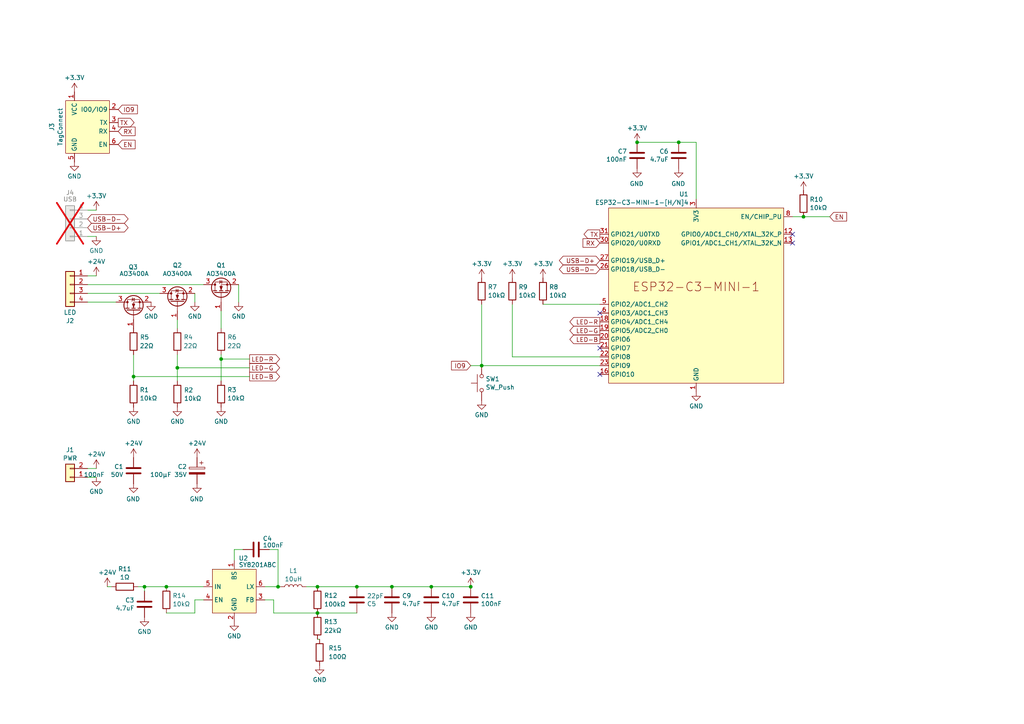
<source format=kicad_sch>
(kicad_sch (version 20231120) (generator "eeschema") (generator_version "8.0")
  (paper "A4")
  (lib_symbols
    (symbol "Connector_Generic:Conn_01x02" (pin_names (offset 1.016) hide)
      (property "Reference" "J" (at 0 2.54 0))
      (property "Value" "Conn_01x02" (at 0 -5.08 0))
      (symbol "Conn_01x02_1_1"
        (rectangle (start -1.27 -2.413) (end 0 -2.667) (stroke (width 0.1524)))
        (rectangle (start -1.27 0.127) (end 0 -0.127) (stroke (width 0.1524)))
        (rectangle (start -1.27 1.27) (end 1.27 -3.81) (stroke (width 0.254)) (fill (type background)))
        (pin passive line (at -5.08 0 0) (length 3.81) (name "Pin_1") (number "1"))
        (pin passive line (at -5.08 -2.54 0) (length 3.81) (name "Pin_2") (number "2"))
      )
    )
    (symbol "Connector_Generic:Conn_01x04" (pin_names (offset 1.016) hide)
      (property "Reference" "J" (at 0 5.08 0))
      (property "Value" "Conn_01x04" (at 0 -7.62 0))
      (symbol "Conn_01x04_1_1"
        (rectangle (start -1.27 -4.953) (end 0 -5.207) (stroke (width 0.1524)))
        (rectangle (start -1.27 -2.413) (end 0 -2.667) (stroke (width 0.1524)))
        (rectangle (start -1.27 0.127) (end 0 -0.127) (stroke (width 0.1524)))
        (rectangle (start -1.27 2.667) (end 0 2.413) (stroke (width 0.1524)))
        (rectangle (start -1.27 3.81) (end 1.27 -6.35) (stroke (width 0.254)) (fill (type background)))
        (pin passive line (at -5.08 2.54 0) (length 3.81) (name "Pin_1") (number "1"))
        (pin passive line (at -5.08 0 0) (length 3.81) (name "Pin_2") (number "2"))
        (pin passive line (at -5.08 -2.54 0) (length 3.81) (name "Pin_3") (number "3"))
        (pin passive line (at -5.08 -5.08 0) (length 3.81) (name "Pin_4") (number "4"))
      )
    )
    (symbol "Device:C" (pin_numbers hide) (pin_names (offset 0.254))
      (property "Reference" "C" (at 0.635 2.54 0))
      (property "Value" "C" (at 0.635 -2.54 0))
      (symbol "C_0_1"
        (polyline (pts (xy -2.032 -0.762) (xy 2.032 -0.762)) (stroke (width 0.508)))
        (polyline (pts (xy -2.032 0.762) (xy 2.032 0.762)) (stroke (width 0.508)))
      )
      (symbol "C_1_1"
        (pin passive line (at 0 3.81 270) (length 2.794) (name "~") (number "1"))
        (pin passive line (at 0 -3.81 90) (length 2.794) (name "~") (number "2"))
      )
    )
    (symbol "Device:C_Polarized" (pin_numbers hide) (pin_names (offset 0.254))
      (property "Reference" "C" (at 0.635 2.54 0))
      (property "Value" "C_Polarized" (at 0.635 -2.54 0))
      (symbol "C_Polarized_0_1"
        (rectangle (start -2.286 0.508) (end 2.286 1.016))
        (polyline (pts (xy -1.778 2.286) (xy -0.762 2.286)))
        (polyline (pts (xy -1.27 2.794) (xy -1.27 1.778)))
        (rectangle (start 2.286 -0.508) (end -2.286 -1.016) (fill (type outline)))
      )
      (symbol "C_Polarized_1_1"
        (pin passive line (at 0 3.81 270) (length 2.794) (name "~") (number "1"))
        (pin passive line (at 0 -3.81 90) (length 2.794) (name "~") (number "2"))
      )
    )
    (symbol "Device:L" (pin_numbers hide) (pin_names (offset 1.016) hide)
      (property "Reference" "L" (at -1.27 0 90))
      (property "Value" "L" (at 1.905 0 90))
      (symbol "L_0_1"
        (arc (start 0 -2.54) (mid 0.6323 -1.905) (end 0 -1.27))
        (arc (start 0 -1.27) (mid 0.6323 -0.635) (end 0 0))
        (arc (start 0 0) (mid 0.6323 0.635) (end 0 1.27))
        (arc (start 0 1.27) (mid 0.6323 1.905) (end 0 2.54))
      )
      (symbol "L_1_1"
        (pin passive line (at 0 3.81 270) (length 1.27) (name "1") (number "1"))
        (pin passive line (at 0 -3.81 90) (length 1.27) (name "2") (number "2"))
      )
    )
    (symbol "Device:R" (pin_numbers hide) (pin_names (offset 0))
      (property "Reference" "R" (at 2.032 0 90))
      (property "Value" "R" (at 0 0 90))
      (symbol "R_0_1"
        (rectangle (start -1.016 -2.54) (end 1.016 2.54) (stroke (width 0.254)))
      )
      (symbol "R_1_1"
        (pin passive line (at 0 3.81 270) (length 1.27) (name "~") (number "1"))
        (pin passive line (at 0 -3.81 90) (length 1.27) (name "~") (number "2"))
      )
    )
    (symbol "PCM_Espressif:ESP32-C3-MINI-1"
      (property "Reference" "U" (at -25.4 30.48 0))
      (property "Value" "ESP32-C3-MINI-1" (at -25.4 27.94 0))
      (symbol "ESP32-C3-MINI-1_0_0"
        (text "ESP32-C3-MINI-1" (at 0 2.54 0) (effects (font (size 2.54 2.54))))
      )
      (symbol "ESP32-C3-MINI-1_0_1"
        (rectangle (start -25.4 25.4) (end 25.4 -25.4) (fill (type background)))
      )
      (symbol "ESP32-C3-MINI-1_1_1"
        (pin power_in line (at 0 -27.94 90) (length 2.54) (name "GND") (number "1"))
        (pin no_connect line (at -25.4 2.54 0) (length 2.54) hide (name "NC") (number "10"))
        (pin passive line (at 0 -27.94 90) (length 2.54) hide (name "GND") (number "11"))
        (pin bidirectional line (at -27.94 17.78 0) (length 2.54) (name "GPIO0/ADC1_CH0/XTAL_32K_P") (number "12"))
        (pin bidirectional line (at -27.94 15.24 0) (length 2.54) (name "GPIO1/ADC1_CH1/XTAL_32K_N") (number "13"))
        (pin passive line (at 0 -27.94 90) (length 2.54) hide (name "GND") (number "14"))
        (pin no_connect line (at -25.4 0 0) (length 2.54) hide (name "NC") (number "15"))
        (pin bidirectional line (at 27.94 -22.86 180) (length 2.54) (name "GPIO10") (number "16"))
        (pin no_connect line (at -25.4 -2.54 0) (length 2.54) hide (name "NC") (number "17"))
        (pin bidirectional line (at 27.94 -7.62 180) (length 2.54) (name "GPIO4/ADC1_CH4") (number "18"))
        (pin bidirectional line (at 27.94 -10.16 180) (length 2.54) (name "GPIO5/ADC2_CH0") (number "19"))
        (pin passive line (at 0 -27.94 90) (length 2.54) hide (name "GND") (number "2"))
        (pin bidirectional line (at 27.94 -12.7 180) (length 2.54) (name "GPIO6") (number "20"))
        (pin bidirectional line (at 27.94 -15.24 180) (length 2.54) (name "GPIO7") (number "21"))
        (pin bidirectional line (at 27.94 -17.78 180) (length 2.54) (name "GPIO8") (number "22"))
        (pin bidirectional line (at 27.94 -20.32 180) (length 2.54) (name "GPIO9") (number "23"))
        (pin no_connect line (at -25.4 -5.08 0) (length 2.54) hide (name "NC") (number "24"))
        (pin no_connect line (at -25.4 -7.62 0) (length 2.54) hide (name "NC") (number "25"))
        (pin bidirectional line (at 27.94 7.62 180) (length 2.54) (name "GPIO18/USB_D-") (number "26"))
        (pin bidirectional line (at 27.94 10.16 180) (length 2.54) (name "GPIO19/USB_D+") (number "27"))
        (pin no_connect line (at -25.4 -10.16 0) (length 2.54) hide (name "NC") (number "28"))
        (pin no_connect line (at -25.4 -12.7 0) (length 2.54) hide (name "NC") (number "29"))
        (pin power_in line (at 0 27.94 270) (length 2.54) (name "3V3") (number "3"))
        (pin bidirectional line (at 27.94 15.24 180) (length 2.54) (name "GPIO20/U0RXD") (number "30"))
        (pin bidirectional line (at 27.94 17.78 180) (length 2.54) (name "GPIO21/U0TXD") (number "31"))
        (pin no_connect line (at -25.4 -15.24 0) (length 2.54) hide (name "NC") (number "32"))
        (pin no_connect line (at -25.4 -17.78 0) (length 2.54) hide (name "NC") (number "33"))
        (pin no_connect line (at -25.4 -20.32 0) (length 2.54) hide (name "NC") (number "34"))
        (pin no_connect line (at -25.4 -22.86 0) (length 2.54) hide (name "NC") (number "35"))
        (pin passive line (at 0 -27.94 90) (length 2.54) hide (name "GND") (number "36"))
        (pin passive line (at 0 -27.94 90) (length 2.54) hide (name "GND") (number "37"))
        (pin passive line (at 0 -27.94 90) (length 2.54) hide (name "GND") (number "38"))
        (pin passive line (at 0 -27.94 90) (length 2.54) hide (name "GND") (number "39"))
        (pin no_connect line (at -25.4 10.16 0) (length 2.54) hide (name "NC") (number "4"))
        (pin passive line (at 0 -27.94 90) (length 2.54) hide (name "GND") (number "40"))
        (pin passive line (at 0 -27.94 90) (length 2.54) hide (name "GND") (number "41"))
        (pin passive line (at 0 -27.94 90) (length 2.54) hide (name "GND") (number "42"))
        (pin passive line (at 0 -27.94 90) (length 2.54) hide (name "GND") (number "43"))
        (pin passive line (at 0 -27.94 90) (length 2.54) hide (name "GND") (number "44"))
        (pin passive line (at 0 -27.94 90) (length 2.54) hide (name "GND") (number "45"))
        (pin passive line (at 0 -27.94 90) (length 2.54) hide (name "GND") (number "46"))
        (pin passive line (at 0 -27.94 90) (length 2.54) hide (name "GND") (number "47"))
        (pin passive line (at 0 -27.94 90) (length 2.54) hide (name "GND") (number "48"))
        (pin passive line (at 0 -27.94 90) (length 2.54) hide (name "GND") (number "49"))
        (pin bidirectional line (at 27.94 -2.54 180) (length 2.54) (name "GPIO2/ADC1_CH2") (number "5"))
        (pin passive line (at 0 -27.94 90) (length 2.54) hide (name "GND") (number "50"))
        (pin passive line (at 0 -27.94 90) (length 2.54) hide (name "GND") (number "51"))
        (pin passive line (at 0 -27.94 90) (length 2.54) hide (name "GND") (number "52"))
        (pin passive line (at 0 -27.94 90) (length 2.54) hide (name "GND") (number "53"))
        (pin bidirectional line (at 27.94 -5.08 180) (length 2.54) (name "GPIO3/ADC1_CH3") (number "6"))
        (pin no_connect line (at -25.4 7.62 0) (length 2.54) hide (name "NC") (number "7"))
        (pin input line (at -27.94 22.86 0) (length 2.54) (name "EN/CHIP_PU") (number "8"))
        (pin no_connect line (at -25.4 5.08 0) (length 2.54) hide (name "NC") (number "9"))
      )
    )
    (symbol "Switch:SW_Push" (pin_numbers hide) (pin_names (offset 1.016) hide)
      (property "Reference" "SW" (at 1.27 2.54 0))
      (property "Value" "SW_Push" (at 0 -1.524 0))
      (symbol "SW_Push_0_1"
        (circle (center -2.032 0) (radius 0.508))
        (polyline (pts (xy 0 1.27) (xy 0 3.048)))
        (polyline (pts (xy 2.54 1.27) (xy -2.54 1.27)))
        (circle (center 2.032 0) (radius 0.508))
        (pin passive line (at -5.08 0 0) (length 2.54) (name "1") (number "1"))
        (pin passive line (at 5.08 0 180) (length 2.54) (name "2") (number "2"))
      )
    )
    (symbol "Transistor_FET:AO3400A" (pin_names hide)
      (property "Reference" "Q" (at 5.08 1.905 0))
      (property "Value" "AO3400A" (at 5.08 0 0))
      (symbol "AO3400A_0_1"
        (polyline (pts (xy 0.254 0) (xy -2.54 0)))
        (polyline (pts (xy 0.254 1.905) (xy 0.254 -1.905)) (stroke (width 0.254)))
        (polyline (pts (xy 0.762 -1.27) (xy 0.762 -2.286)) (stroke (width 0.254)))
        (polyline (pts (xy 0.762 0.508) (xy 0.762 -0.508)) (stroke (width 0.254)))
        (polyline (pts (xy 0.762 2.286) (xy 0.762 1.27)) (stroke (width 0.254)))
        (polyline (pts (xy 2.54 2.54) (xy 2.54 1.778)))
        (polyline (pts (xy 2.54 -2.54) (xy 2.54 0) (xy 0.762 0)))
        (polyline (pts (xy 0.762 -1.778) (xy 3.302 -1.778) (xy 3.302 1.778) (xy 0.762 1.778)))
        (polyline (pts (xy 1.016 0) (xy 2.032 0.381) (xy 2.032 -0.381) (xy 1.016 0)) (fill (type outline)))
        (polyline (pts (xy 2.794 0.508) (xy 2.921 0.381) (xy 3.683 0.381) (xy 3.81 0.254)))
        (polyline (pts (xy 3.302 0.381) (xy 2.921 -0.254) (xy 3.683 -0.254) (xy 3.302 0.381)))
        (circle (center 1.651 0) (radius 2.794) (stroke (width 0.254)))
        (circle (center 2.54 -1.778) (radius 0.254) (fill (type outline)))
        (circle (center 2.54 1.778) (radius 0.254) (fill (type outline)))
      )
      (symbol "AO3400A_1_1"
        (pin input line (at -5.08 0 0) (length 2.54) (name "G") (number "1"))
        (pin passive line (at 2.54 -5.08 90) (length 2.54) (name "S") (number "2"))
        (pin passive line (at 2.54 5.08 270) (length 2.54) (name "D") (number "3"))
      )
    )
    (symbol "caffeinated-labs:SY8201"
      (property "Reference" "U" (at 1.27 4.445 0))
      (property "Value" "SY8201ABC" (at 1.27 2.54 0))
      (symbol "SY8201_0_0"
        (pin input line (at 0 3.81 270) (length 2.54) (name "BS") (number "1"))
        (pin power_in line (at 0 -13.97 90) (length 2.54) (name "GND") (number "2"))
        (pin input line (at 8.89 -7.62 180) (length 2.54) (name "FB") (number "3"))
        (pin input line (at -8.89 -7.62 0) (length 2.54) (name "EN") (number "4"))
        (pin power_in line (at -8.89 -3.81 0) (length 2.54) (name "IN") (number "5"))
        (pin power_out line (at 8.89 -3.81 180) (length 2.54) (name "LX") (number "6"))
      )
      (symbol "SY8201_1_1"
        (rectangle (start -6.35 1.27) (end 6.35 -11.43) (fill (type background)))
      )
    )
    (symbol "caffeinated-labs:Tag-Connect-ESP"
      (property "Reference" "J" (at 0 1.27 0))
      (symbol "Tag-Connect-ESP_0_0"
        (pin power_in line (at -3.175 2.54 270) (length 2.54) (name "VCC") (number "1"))
        (pin power_in line (at -3.175 -17.78 90) (length 2.54) (name "GND") (number "5"))
      )
      (symbol "Tag-Connect-ESP_0_1"
        (rectangle (start -5.715 0) (end 6.985 -15.24) (fill (type background)))
      )
      (symbol "Tag-Connect-ESP_1_0"
        (pin output line (at 9.525 -2.54 180) (length 2.54) (name "IO0/IO9") (number "2"))
        (pin output line (at 9.525 -6.35 180) (length 2.54) (name "TX") (number "3"))
        (pin input line (at 9.525 -8.89 180) (length 2.54) (name "RX") (number "4"))
        (pin output line (at 9.525 -12.7 180) (length 2.54) (name "EN") (number "6"))
      )
    )
    (symbol "power:+24V" (power) (pin_names (offset 0))
      (property "Value" "+24V" (at 0 3.556 0))
      (symbol "+24V_0_1"
        (polyline (pts (xy -0.762 1.27) (xy 0 2.54)))
        (polyline (pts (xy 0 0) (xy 0 2.54)))
        (polyline (pts (xy 0 2.54) (xy 0.762 1.27)))
      )
      (symbol "+24V_1_1"
        (pin power_in line (at 0 0 90) (length 0) hide (name "+24V") (number "1"))
      )
    )
    (symbol "power:+3.3V" (power) (pin_names (offset 0))
      (property "Value" "+3.3V" (at 0 3.556 0))
      (symbol "+3.3V_0_1"
        (polyline (pts (xy -0.762 1.27) (xy 0 2.54)))
        (polyline (pts (xy 0 0) (xy 0 2.54)))
        (polyline (pts (xy 0 2.54) (xy 0.762 1.27)))
      )
      (symbol "+3.3V_1_1"
        (pin power_in line (at 0 0 90) (length 0) hide (name "+3.3V") (number "1"))
      )
    )
    (symbol "power:GND" (power) (pin_names (offset 0))
      (property "Value" "GND" (at 0 -3.81 0))
      (symbol "GND_0_1"
        (polyline (pts (xy 0 0) (xy 0 -1.27) (xy 1.27 -1.27) (xy 0 -2.54) (xy -1.27 -1.27) (xy 0 -1.27)))
      )
      (symbol "GND_1_1"
        (pin power_in line (at 0 0 270) (length 0) hide (name "GND") (number "1"))
      )
    )
  )
  (junction (at 139.7 106.045))
  (junction (at 41.91 170.18))
  (junction (at 233.045 62.865))
  (junction (at 64.135 104.14))
  (junction (at 136.525 170.18))
  (junction (at 113.665 170.18))
  (junction (at 103.505 170.18))
  (junction (at 92.075 177.8))
  (junction (at 125.095 170.18))
  (junction (at 38.735 109.22))
  (junction (at 196.85 41.275))
  (junction (at 184.785 41.275))
  (junction (at 51.435 106.68))
  (junction (at 92.075 170.18))
  (junction (at 48.26 170.18))
  (junction (at 80.645 170.18))
  (no_connect (at 173.99 100.965))
  (no_connect (at 229.87 67.945))
  (no_connect (at 173.99 108.585))
  (no_connect (at 229.87 70.485))
  (no_connect (at 173.99 90.805))
  (wire (pts (xy 79.375 173.99) (xy 76.835 173.99)))
  (wire (pts (xy 25.4 82.55) (xy 59.055 82.55)))
  (wire (pts (xy 25.4 135.89) (xy 27.94 135.89)))
  (wire (pts (xy 48.26 170.18) (xy 59.055 170.18)))
  (wire (pts (xy 40.005 170.18) (xy 41.91 170.18)))
  (wire (pts (xy 51.435 102.87) (xy 51.435 106.68)))
  (wire (pts (xy 25.4 138.43) (xy 27.94 138.43)))
  (wire (pts (xy 201.93 57.785) (xy 201.93 41.275)))
  (wire (pts (xy 92.71 185.42) (xy 92.075 185.42)))
  (wire (pts (xy 51.435 106.68) (xy 72.39 106.68)))
  (wire (pts (xy 64.135 104.14) (xy 72.39 104.14)))
  (wire (pts (xy 56.515 173.99) (xy 59.055 173.99)))
  (wire (pts (xy 38.735 109.22) (xy 72.39 109.22)))
  (wire (pts (xy 48.26 177.8) (xy 56.515 177.8)))
  (wire (pts (xy 233.045 62.865) (xy 240.665 62.865)))
  (wire (pts (xy 64.135 102.87) (xy 64.135 104.14)))
  (wire (pts (xy 56.515 85.09) (xy 56.515 87.63)))
  (wire (pts (xy 79.375 177.8) (xy 92.075 177.8)))
  (wire (pts (xy 25.4 87.63) (xy 33.655 87.63)))
  (wire (pts (xy 38.735 109.22) (xy 38.735 110.49)))
  (wire (pts (xy 76.835 170.18) (xy 80.645 170.18)))
  (wire (pts (xy 136.525 106.045) (xy 139.7 106.045)))
  (wire (pts (xy 38.735 102.87) (xy 38.735 109.22)))
  (wire (pts (xy 41.91 170.18) (xy 48.26 170.18)))
  (wire (pts (xy 69.215 82.55) (xy 69.215 87.63)))
  (wire (pts (xy 79.375 177.8) (xy 79.375 173.99)))
  (wire (pts (xy 80.645 159.385) (xy 80.645 170.18)))
  (wire (pts (xy 25.4 60.96) (xy 27.94 60.96)))
  (wire (pts (xy 25.4 68.58) (xy 27.94 68.58)))
  (wire (pts (xy 25.4 85.09) (xy 46.355 85.09)))
  (wire (pts (xy 103.505 170.18) (xy 113.665 170.18)))
  (wire (pts (xy 67.945 162.56) (xy 67.945 159.385)))
  (wire (pts (xy 31.115 170.18) (xy 32.385 170.18)))
  (wire (pts (xy 67.945 159.385) (xy 70.485 159.385)))
  (wire (pts (xy 51.435 92.71) (xy 51.435 95.25)))
  (wire (pts (xy 80.645 170.18) (xy 81.28 170.18)))
  (wire (pts (xy 184.785 41.275) (xy 196.85 41.275)))
  (wire (pts (xy 139.7 106.045) (xy 173.99 106.045)))
  (wire (pts (xy 51.435 106.68) (xy 51.435 110.49)))
  (wire (pts (xy 78.105 159.385) (xy 80.645 159.385)))
  (wire (pts (xy 201.93 41.275) (xy 196.85 41.275)))
  (wire (pts (xy 229.87 62.865) (xy 233.045 62.865)))
  (wire (pts (xy 25.4 80.01) (xy 27.94 80.01)))
  (wire (pts (xy 139.7 88.265) (xy 139.7 106.045)))
  (wire (pts (xy 157.48 88.265) (xy 173.99 88.265)))
  (wire (pts (xy 148.59 103.505) (xy 173.99 103.505)))
  (wire (pts (xy 64.135 104.14) (xy 64.135 110.49)))
  (wire (pts (xy 125.095 170.18) (xy 136.525 170.18)))
  (wire (pts (xy 113.665 170.18) (xy 125.095 170.18)))
  (wire (pts (xy 92.075 170.18) (xy 103.505 170.18)))
  (wire (pts (xy 88.9 170.18) (xy 92.075 170.18)))
  (wire (pts (xy 148.59 103.505) (xy 148.59 88.265)))
  (wire (pts (xy 41.91 170.18) (xy 41.91 171.45)))
  (wire (pts (xy 64.135 90.17) (xy 64.135 95.25)))
  (wire (pts (xy 92.075 177.8) (xy 103.505 177.8)))
  (wire (pts (xy 56.515 177.8) (xy 56.515 173.99)))
  (global_label "RX" (shape input) (at 34.29 38.1 0) (property "Intersheetrefs" "${INTERSHEET_REFS}" (effects (hide yes))))
  (global_label "IO9" (shape input) (at 34.29 31.75 0) (property "Intersheetrefs" "${INTERSHEET_REFS}" (effects (hide yes))))
  (global_label "LED-R" (shape output) (at 173.99 93.345 180) (property "Intersheetrefs" "${INTERSHEET_REFS}" (effects (hide yes))))
  (global_label "EN" (shape input) (at 240.665 62.865 0) (property "Intersheetrefs" "${INTERSHEET_REFS}" (effects (hide yes))))
  (global_label "USB-D+" (shape bidirectional) (at 25.4 66.04 0) (property "Intersheetrefs" "${INTERSHEET_REFS}" (effects (hide yes))))
  (global_label "USB-D-" (shape bidirectional) (at 173.99 78.105 180) (property "Intersheetrefs" "${INTERSHEET_REFS}" (effects (hide yes))))
  (global_label "RX" (shape input) (at 173.99 70.485 180) (property "Intersheetrefs" "${INTERSHEET_REFS}" (effects (hide yes))))
  (global_label "LED-R" (shape output) (at 72.39 104.14 0) (property "Intersheetrefs" "${INTERSHEET_REFS}" (effects (hide yes))))
  (global_label "EN" (shape input) (at 34.29 41.91 0) (property "Intersheetrefs" "${INTERSHEET_REFS}" (effects (hide yes))))
  (global_label "LED-B" (shape output) (at 72.39 109.22 0) (property "Intersheetrefs" "${INTERSHEET_REFS}" (effects (hide yes))))
  (global_label "USB-D-" (shape bidirectional) (at 25.4 63.5 0) (property "Intersheetrefs" "${INTERSHEET_REFS}" (effects (hide yes))))
  (global_label "LED-G" (shape output) (at 173.99 95.885 180) (property "Intersheetrefs" "${INTERSHEET_REFS}" (effects (hide yes))))
  (global_label "TX" (shape output) (at 34.29 35.56 0) (property "Intersheetrefs" "${INTERSHEET_REFS}" (effects (hide yes))))
  (global_label "LED-B" (shape output) (at 173.99 98.425 180) (property "Intersheetrefs" "${INTERSHEET_REFS}" (effects (hide yes))))
  (global_label "LED-G" (shape output) (at 72.39 106.68 0) (property "Intersheetrefs" "${INTERSHEET_REFS}" (effects (hide yes))))
  (global_label "TX" (shape output) (at 173.99 67.945 180) (property "Intersheetrefs" "${INTERSHEET_REFS}" (effects (hide yes))))
  (global_label "USB-D+" (shape bidirectional) (at 173.99 75.565 180) (property "Intersheetrefs" "${INTERSHEET_REFS}" (effects (hide yes))))
  (global_label "IO9" (shape input) (at 136.525 106.045 180) (property "Intersheetrefs" "${INTERSHEET_REFS}" (effects (hide yes))))
  (symbol (lib_id "Device:C") (at 136.525 173.99 0) (unit 1)
    (property "Reference" "C11" (at 139.446 172.8216 0) (effects (justify left)))
    (property "Value" "100nF" (at 139.446 175.133 0) (effects (justify left)))
    (property "Footprint" "Capacitor_SMD:C_0402_1005Metric" (effects (hide yes)))
  )
  (symbol (lib_id "Switch:SW_Push") (at 139.7 111.125 90) (unit 1)
    (property "Reference" "SW1" (at 140.843 109.9129 90) (effects (justify right)))
    (property "Value" "SW_Push" (at 140.843 112.3371 90) (effects (justify right)))
    (property "Footprint" "caffeinated-labs:YTS-C005" (effects (hide yes)))
    (property "Datasheet" "https://datasheet.lcsc.com/lcsc/2111221830_YIYUAN-YTS-C005-2H_C2910751.pdf" (effects (hide yes)))
  )
  (symbol (lib_id "Device:C") (at 196.85 45.085 0) (mirror y) (unit 1)
    (property "Reference" "C6" (at 193.929 43.9166 0) (effects (justify left)))
    (property "Value" "4.7uF" (at 193.929 46.228 0) (effects (justify left)))
    (property "Footprint" "Capacitor_SMD:C_1206_3216Metric" (effects (hide yes)))
    (property "Description" "Unpolarized capacitor" (effects (hide yes)))
  )
  (symbol (lib_id "power:GND") (at 184.785 48.895 0) (mirror y) (unit 1)
    (property "Reference" "#PWR029" (effects (hide yes)))
    (property "Value" "GND" (at 184.658 53.2892 0))
  )
  (symbol (lib_id "power:+3.3V") (at 27.94 60.96 0) (mirror y) (unit 1)
    (property "Reference" "#PWR033" (effects (hide yes)))
    (property "Value" "+3.3V" (at 27.94 56.8269 0))
  )
  (symbol (lib_id "Device:C_Polarized") (at 57.15 136.525 0) (mirror y) (unit 1)
    (property "Reference" "C2" (at 54.229 135.3566 0) (effects (justify left)))
    (property "Value" "100µF 35V" (at 54.229 137.668 0) (effects (justify left)))
    (property "Footprint" "Capacitor_THT:CP_Radial_D6.3mm_P2.50mm" (effects (hide yes)))
  )
  (symbol (lib_id "power:GND") (at 38.735 118.11 0) (unit 1)
    (property "Reference" "#PWR04" (effects (hide yes)))
    (property "Value" "GND" (at 38.735 122.2431 0))
  )
  (symbol (lib_id "power:GND") (at 196.85 48.895 0) (mirror y) (unit 1)
    (property "Reference" "#PWR030" (effects (hide yes)))
    (property "Value" "GND" (at 196.723 53.2892 0))
  )
  (symbol (lib_id "Transistor_FET:AO3400A") (at 38.735 90.17 90) (unit 1)
    (property "Reference" "Q3" (at 40.005 77.47 90) (effects (justify left)))
    (property "Value" "AO3400A" (at 43.18 79.375 90) (effects (justify left)))
    (property "Footprint" "Package_TO_SOT_SMD:SOT-23" (effects (hide yes)))
    (property "Datasheet" "http://www.aosmd.com/pdfs/datasheet/AO3400A.pdf" (effects (hide yes)))
  )
  (symbol (lib_id "power:GND") (at 67.945 180.34 0) (mirror y) (unit 1)
    (property "Reference" "#PWR027" (effects (hide yes)))
    (property "Value" "GND" (at 67.945 184.4731 0))
  )
  (symbol (lib_id "Connector_Generic:Conn_01x04") (at 20.32 82.55 0) (mirror y) (unit 1) (in_bom no)
    (property "Reference" "J2" (at 20.32 93.0443 0))
    (property "Value" "LED" (at 20.32 90.6201 0))
    (property "Footprint" "Connector_PinSocket_2.54mm:PinSocket_1x04_P2.54mm_Vertical" (effects (hide yes)))
  )
  (symbol (lib_id "Device:C") (at 74.295 159.385 270) (mirror x) (unit 1)
    (property "Reference" "C4" (at 76.2 156.21 90) (effects (justify left)))
    (property "Value" "100nF" (at 76.2 158.115 90) (effects (justify left)))
    (property "Footprint" "Capacitor_SMD:C_0402_1005Metric" (effects (hide yes)))
  )
  (symbol (lib_id "power:GND") (at 136.525 177.8 0) (mirror y) (unit 1)
    (property "Reference" "#PWR032" (effects (hide yes)))
    (property "Value" "GND" (at 136.525 181.9331 0))
  )
  (symbol (lib_id "power:GND") (at 139.7 116.205 0) (mirror y) (unit 1)
    (property "Reference" "#PWR012" (effects (hide yes)))
    (property "Value" "GND" (at 139.7 120.3381 0))
  )
  (symbol (lib_id "Transistor_FET:AO3400A") (at 51.435 87.63 90) (unit 1)
    (property "Reference" "Q2" (at 51.435 76.9508 90))
    (property "Value" "AO3400A" (at 51.435 79.375 90))
    (property "Footprint" "Package_TO_SOT_SMD:SOT-23" (effects (hide yes)))
    (property "Datasheet" "http://www.aosmd.com/pdfs/datasheet/AO3400A.pdf" (effects (hide yes)))
  )
  (symbol (lib_id "Device:R") (at 139.7 84.455 0) (unit 1)
    (property "Reference" "R7" (at 141.478 83.2429 0) (effects (justify left)))
    (property "Value" "10kΩ" (at 141.478 85.6671 0) (effects (justify left)))
    (property "Footprint" "Resistor_SMD:R_0402_1005Metric" (effects (hide yes)))
  )
  (symbol (lib_id "Connector_Generic:Conn_01x02") (at 20.32 138.43 180) (unit 1) (in_bom no)
    (property "Reference" "J1" (at 20.32 130.4757 0))
    (property "Value" "PWR" (at 20.32 132.8999 0))
    (property "Footprint" "Connector_PinSocket_2.54mm:PinSocket_1x02_P2.54mm_Vertical" (effects (hide yes)))
  )
  (symbol (lib_id "Device:C") (at 41.91 175.26 0) (mirror y) (unit 1)
    (property "Reference" "C3" (at 38.989 174.0916 0) (effects (justify left)))
    (property "Value" "4.7uF" (at 38.989 176.403 0) (effects (justify left)))
    (property "Footprint" "Capacitor_SMD:C_1206_3216Metric" (effects (hide yes)))
  )
  (symbol (lib_id "Device:L") (at 85.09 170.18 90) (unit 1)
    (property "Reference" "L1" (at 85.09 165.5304 90))
    (property "Value" "10uH" (at 85.09 167.9546 90))
    (property "Footprint" "Inductor_SMD:L_Sunlord_SWPA4030S" (effects (hide yes)))
  )
  (symbol (lib_id "power:GND") (at 21.59 46.99 0) (unit 1)
    (property "Reference" "#PWR015" (effects (hide yes)))
    (property "Value" "GND" (at 21.59 51.1231 0))
  )
  (symbol (lib_id "power:GND") (at 69.215 87.63 0) (unit 1)
    (property "Reference" "#PWR09" (effects (hide yes)))
    (property "Value" "GND" (at 69.215 91.7631 0))
  )
  (symbol (lib_id "PCM_Espressif:ESP32-C3-MINI-1") (at 201.93 85.725 0) (mirror y) (unit 1)
    (property "Reference" "U1" (at 199.7359 56.3077 0) (effects (justify left)))
    (property "Value" "ESP32-C3-MINI-1-[H/N]4" (at 199.7359 58.7319 0) (effects (justify left)))
    (property "Footprint" "PCM_Espressif:ESP32-C3-MINI-1" (effects (hide yes)))
    (property "Datasheet" "https://www.espressif.com/sites/default/files/documentation/esp32-c3-mini-1_datasheet_en.pdf" (effects (hide yes)))
  )
  (symbol (lib_id "power:+3.3V") (at 136.525 170.18 0) (unit 1)
    (property "Reference" "#PWR028" (effects (hide yes)))
    (property "Value" "+3.3V" (at 136.525 166.0469 0))
  )
  (symbol (lib_id "Device:R") (at 51.435 114.3 0) (unit 1)
    (property "Reference" "R2" (at 53.34 113.1458 0) (effects (justify left)))
    (property "Value" "10kΩ" (at 53.34 115.57 0) (effects (justify left)))
    (property "Footprint" "Resistor_SMD:R_0402_1005Metric" (effects (hide yes)))
  )
  (symbol (lib_id "power:+3.3V") (at 233.045 55.245 0) (unit 1)
    (property "Reference" "#PWR018" (effects (hide yes)))
    (property "Value" "+3.3V" (at 233.045 51.1119 0))
  )
  (symbol (lib_id "power:+24V") (at 57.15 132.715 0) (unit 1)
    (property "Reference" "#PWR022" (effects (hide yes)))
    (property "Value" "+24V" (at 57.15 128.5819 0))
  )
  (symbol (lib_id "power:GND") (at 27.94 68.58 0) (unit 1)
    (property "Reference" "#PWR034" (effects (hide yes)))
    (property "Value" "GND" (at 27.94 72.7131 0))
  )
  (symbol (lib_id "power:GND") (at 56.515 87.63 0) (unit 1)
    (property "Reference" "#PWR08" (effects (hide yes)))
    (property "Value" "GND" (at 56.515 91.7631 0))
  )
  (symbol (lib_id "power:GND") (at 113.665 177.8 0) (mirror y) (unit 1)
    (property "Reference" "#PWR025" (effects (hide yes)))
    (property "Value" "GND" (at 113.665 181.9331 0))
  )
  (symbol (lib_id "Device:R") (at 64.135 114.3 0) (unit 1)
    (property "Reference" "R3" (at 65.913 113.0879 0) (effects (justify left)))
    (property "Value" "10kΩ" (at 65.913 115.5121 0) (effects (justify left)))
    (property "Footprint" "Resistor_SMD:R_0402_1005Metric" (effects (hide yes)))
  )
  (symbol (lib_id "power:GND") (at 57.15 140.335 0) (mirror y) (unit 1)
    (property "Reference" "#PWR020" (effects (hide yes)))
    (property "Value" "GND" (at 57.023 144.7292 0))
  )
  (symbol (lib_id "power:+3.3V") (at 157.48 80.645 0) (unit 1)
    (property "Reference" "#PWR016" (effects (hide yes)))
    (property "Value" "+3.3V" (at 157.48 76.5119 0))
  )
  (symbol (lib_id "caffeinated-labs:SY8201") (at 67.945 166.37 0) (unit 1)
    (property "Reference" "U2" (at 69.215 161.925 0) (effects (justify left)))
    (property "Value" "SY8201ABC" (at 69.215 163.83 0) (effects (justify left)))
    (property "Footprint" "Package_TO_SOT_SMD:SOT-23-6" (effects (hide yes)))
    (property "Datasheet" "https://datasheet.lcsc.com/lcsc/1810161442_Silergy-Corp-SY8201ABC_C108052.pdf" (effects (hide yes)))
  )
  (symbol (lib_id "Device:R") (at 38.735 99.06 180) (unit 1)
    (property "Reference" "R5" (at 41.91 97.79 0))
    (property "Value" "22Ω" (at 42.545 100.33 0))
    (property "Footprint" "Resistor_SMD:R_0402_1005Metric" (effects (hide yes)))
  )
  (symbol (lib_id "power:GND") (at 38.735 140.335 0) (mirror y) (unit 1)
    (property "Reference" "#PWR019" (effects (hide yes)))
    (property "Value" "GND" (at 38.608 144.7292 0))
  )
  (symbol (lib_id "Device:C") (at 103.505 173.99 0) (mirror x) (unit 1)
    (property "Reference" "C5" (at 106.426 175.1584 0) (effects (justify left)))
    (property "Value" "22pF" (at 106.426 172.847 0) (effects (justify left)))
    (property "Footprint" "Capacitor_SMD:C_0402_1005Metric" (effects (hide yes)))
  )
  (symbol (lib_id "power:+24V") (at 27.94 135.89 0) (unit 1)
    (property "Reference" "#PWR01" (effects (hide yes)))
    (property "Value" "+24V" (at 27.94 131.7569 0))
  )
  (symbol (lib_id "Device:R") (at 157.48 84.455 0) (unit 1)
    (property "Reference" "R8" (at 159.258 83.2429 0) (effects (justify left)))
    (property "Value" "10kΩ" (at 159.258 85.6671 0) (effects (justify left)))
    (property "Footprint" "Resistor_SMD:R_0402_1005Metric" (effects (hide yes)))
  )
  (symbol (lib_id "Device:R") (at 51.435 99.06 180) (unit 1)
    (property "Reference" "R4" (at 54.61 97.79 0))
    (property "Value" "22Ω" (at 55.245 100.33 0))
    (property "Footprint" "Resistor_SMD:R_0402_1005Metric" (effects (hide yes)))
  )
  (symbol (lib_id "Device:C") (at 113.665 173.99 0) (unit 1)
    (property "Reference" "C9" (at 116.586 172.8216 0) (effects (justify left)))
    (property "Value" "4.7uF" (at 116.586 175.133 0) (effects (justify left)))
    (property "Footprint" "Capacitor_SMD:C_1206_3216Metric" (effects (hide yes)))
    (property "Description" "Unpolarized capacitor" (effects (hide yes)))
  )
  (symbol (lib_id "power:GND") (at 201.93 113.665 0) (mirror y) (unit 1)
    (property "Reference" "#PWR010" (effects (hide yes)))
    (property "Value" "GND" (at 201.93 117.7981 0))
  )
  (symbol (lib_id "Device:R") (at 92.075 173.99 0) (unit 1)
    (property "Reference" "R12" (at 93.98 172.7199 0) (effects (justify left)))
    (property "Value" "100kΩ" (at 93.98 175.2599 0) (effects (justify left)))
    (property "Footprint" "Resistor_SMD:R_0402_1005Metric" (effects (hide yes)))
  )
  (symbol (lib_id "power:+24V") (at 27.94 80.01 0) (unit 1)
    (property "Reference" "#PWR03" (effects (hide yes)))
    (property "Value" "+24V" (at 27.94 75.8769 0))
  )
  (symbol (lib_id "Device:C") (at 38.735 136.525 0) (mirror y) (unit 1)
    (property "Reference" "C1" (at 35.814 135.3566 0) (effects (justify left)))
    (property "Value" "100nF  50V" (at 35.814 137.668 0) (effects (justify left)))
    (property "Footprint" "Capacitor_SMD:C_0402_1005Metric" (effects (hide yes)))
  )
  (symbol (lib_id "Device:C") (at 125.095 173.99 0) (unit 1)
    (property "Reference" "C10" (at 128.016 172.8216 0) (effects (justify left)))
    (property "Value" "4.7uF" (at 128.016 175.133 0) (effects (justify left)))
    (property "Footprint" "Capacitor_SMD:C_1206_3216Metric" (effects (hide yes)))
    (property "Description" "Unpolarized capacitor" (effects (hide yes)))
  )
  (symbol (lib_id "Device:R") (at 36.195 170.18 90) (unit 1)
    (property "Reference" "R11" (at 36.195 165.0197 90))
    (property "Value" "1Ω" (at 36.195 167.4439 90))
    (property "Footprint" "Resistor_SMD:R_0603_1608Metric" (effects (hide yes)))
  )
  (symbol (lib_id "Device:R") (at 64.135 99.06 180) (unit 1)
    (property "Reference" "R6" (at 67.31 97.79 0))
    (property "Value" "22Ω" (at 67.945 100.33 0))
    (property "Footprint" "Resistor_SMD:R_0402_1005Metric" (effects (hide yes)))
  )
  (symbol (lib_id "power:GND") (at 27.94 138.43 0) (unit 1)
    (property "Reference" "#PWR02" (effects (hide yes)))
    (property "Value" "GND" (at 27.94 142.5631 0))
  )
  (symbol (lib_id "power:GND") (at 125.095 177.8 0) (mirror y) (unit 1)
    (property "Reference" "#PWR031" (effects (hide yes)))
    (property "Value" "GND" (at 125.095 181.9331 0))
  )
  (symbol (lib_id "power:GND") (at 43.815 87.63 0) (unit 1)
    (property "Reference" "#PWR07" (effects (hide yes)))
    (property "Value" "GND" (at 43.815 91.7631 0))
  )
  (symbol (lib_id "power:+24V") (at 38.735 132.715 0) (unit 1)
    (property "Reference" "#PWR021" (effects (hide yes)))
    (property "Value" "+24V" (at 38.735 128.5819 0))
  )
  (symbol (lib_id "power:+3.3V") (at 21.59 26.67 0) (mirror y) (unit 1)
    (property "Reference" "#PWR014" (effects (hide yes)))
    (property "Value" "+3.3V" (at 21.59 22.5369 0))
  )
  (symbol (lib_id "Device:R") (at 48.26 173.99 0) (unit 1)
    (property "Reference" "R14" (at 50.038 172.7779 0) (effects (justify left)))
    (property "Value" "10kΩ" (at 50.038 175.2021 0) (effects (justify left)))
    (property "Footprint" "Resistor_SMD:R_0402_1005Metric" (effects (hide yes)))
  )
  (symbol (lib_id "Connector_Generic:Conn_01x04") (at 20.32 66.04 180) (unit 1) (in_bom no) (dnp yes)
    (property "Reference" "J4" (at 20.32 55.88 0))
    (property "Value" "USB" (at 20.32 57.785 0))
    (property "Footprint" "Connector_PinSocket_1.00mm:PinSocket_1x04_P1.00mm_Vertical" (effects (hide yes)))
  )
  (symbol (lib_id "power:GND") (at 64.135 118.11 0) (unit 1)
    (property "Reference" "#PWR06" (effects (hide yes)))
    (property "Value" "GND" (at 64.135 122.2431 0))
  )
  (symbol (lib_id "power:GND") (at 51.435 118.11 0) (unit 1)
    (property "Reference" "#PWR05" (effects (hide yes)))
    (property "Value" "GND" (at 51.435 122.2431 0))
  )
  (symbol (lib_id "Device:R") (at 148.59 84.455 0) (unit 1)
    (property "Reference" "R9" (at 150.368 83.2429 0) (effects (justify left)))
    (property "Value" "10kΩ" (at 150.368 85.6671 0) (effects (justify left)))
    (property "Footprint" "Resistor_SMD:R_0402_1005Metric" (effects (hide yes)))
  )
  (symbol (lib_id "Device:R") (at 92.71 189.23 0) (unit 1)
    (property "Reference" "R15" (at 95.25 187.9599 0) (effects (justify left)))
    (property "Value" "100Ω" (at 95.25 190.4999 0) (effects (justify left)))
    (property "Footprint" "Resistor_SMD:R_0402_1005Metric" (effects (hide yes)))
  )
  (symbol (lib_id "power:+3.3V") (at 184.785 41.275 0) (unit 1)
    (property "Reference" "#PWR013" (effects (hide yes)))
    (property "Value" "+3.3V" (at 184.785 37.1419 0))
  )
  (symbol (lib_id "power:+3.3V") (at 148.59 80.645 0) (unit 1)
    (property "Reference" "#PWR017" (effects (hide yes)))
    (property "Value" "+3.3V" (at 148.59 76.5119 0))
  )
  (symbol (lib_id "Device:R") (at 38.735 114.3 0) (unit 1)
    (property "Reference" "R1" (at 40.513 113.0879 0) (effects (justify left)))
    (property "Value" "10kΩ" (at 40.513 115.5121 0) (effects (justify left)))
    (property "Footprint" "Resistor_SMD:R_0402_1005Metric" (effects (hide yes)))
  )
  (symbol (lib_id "power:+3.3V") (at 139.7 80.645 0) (unit 1)
    (property "Reference" "#PWR011" (effects (hide yes)))
    (property "Value" "+3.3V" (at 139.7 76.5119 0))
  )
  (symbol (lib_id "power:GND") (at 41.91 179.07 0) (mirror y) (unit 1)
    (property "Reference" "#PWR024" (effects (hide yes)))
    (property "Value" "GND" (at 41.91 183.2031 0))
  )
  (symbol (lib_id "power:GND") (at 92.71 193.04 0) (mirror y) (unit 1)
    (property "Reference" "#PWR026" (effects (hide yes)))
    (property "Value" "GND" (at 92.71 197.1731 0))
  )
  (symbol (lib_id "Device:R") (at 92.075 181.61 0) (unit 1)
    (property "Reference" "R13" (at 93.98 180.3399 0) (effects (justify left)))
    (property "Value" "22kΩ" (at 93.98 182.8799 0) (effects (justify left)))
    (property "Footprint" "Resistor_SMD:R_0402_1005Metric" (effects (hide yes)))
  )
  (symbol (lib_id "caffeinated-labs:Tag-Connect-ESP") (at 24.765 29.21 0) (unit 1) (in_bom no)
    (property "Reference" "J3" (at 15.0327 36.83 90))
    (property "Value" "TagConnect" (at 17.4569 36.83 90))
    (property "Footprint" "Connector:Tag-Connect_TC2030-IDC-NL_2x03_P1.27mm_Vertical" (effects (hide yes)))
    (property "Datasheet" "https://www.tag-connect.com/wp-content/uploads/bsk-pdf-manager/TC2030-CTX_1.pdf" (effects (hide yes)))
  )
  (symbol (lib_id "Transistor_FET:AO3400A") (at 64.135 85.09 90) (unit 1)
    (property "Reference" "Q1" (at 64.135 76.9508 90))
    (property "Value" "AO3400A" (at 64.135 79.375 90))
    (property "Footprint" "Package_TO_SOT_SMD:SOT-23" (effects (hide yes)))
    (property "Datasheet" "http://www.aosmd.com/pdfs/datasheet/AO3400A.pdf" (effects (hide yes)))
  )
  (symbol (lib_id "power:+24V") (at 31.115 170.18 0) (unit 1)
    (property "Reference" "#PWR023" (effects (hide yes)))
    (property "Value" "+24V" (at 31.115 166.0469 0))
  )
  (symbol (lib_id "Device:R") (at 233.045 59.055 0) (unit 1)
    (property "Reference" "R10" (at 234.823 57.8429 0) (effects (justify left)))
    (property "Value" "10kΩ" (at 234.823 60.2671 0) (effects (justify left)))
    (property "Footprint" "Resistor_SMD:R_0402_1005Metric" (effects (hide yes)))
  )
  (symbol (lib_id "Device:C") (at 184.785 45.085 0) (mirror y) (unit 1)
    (property "Reference" "C7" (at 181.864 43.9166 0) (effects (justify left)))
    (property "Value" "100nF" (at 181.864 46.228 0) (effects (justify left)))
    (property "Footprint" "Capacitor_SMD:C_0402_1005Metric" (effects (hide yes)))
  )
)
</source>
